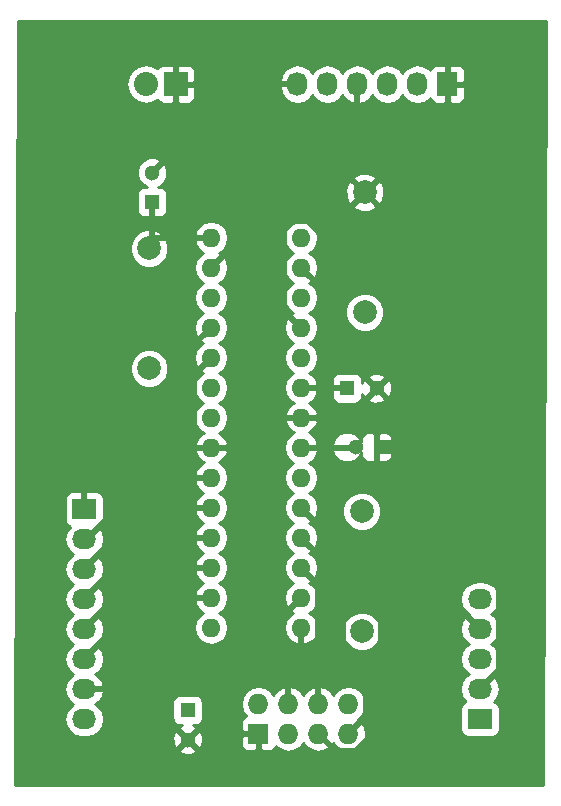
<source format=gbr>
G04 #@! TF.FileFunction,Copper,L2,Bot,Signal*
%FSLAX46Y46*%
G04 Gerber Fmt 4.6, Leading zero omitted, Abs format (unit mm)*
G04 Created by KiCad (PCBNEW 4.0.1-3.201512221401+6198~38~ubuntu15.10.1-stable) date dom 03 ene 2016 22:59:28 ART*
%MOMM*%
G01*
G04 APERTURE LIST*
%ADD10C,0.100000*%
%ADD11R,1.300000X1.300000*%
%ADD12C,1.300000*%
%ADD13O,1.600000X1.600000*%
%ADD14R,1.727200X1.727200*%
%ADD15O,1.727200X1.727200*%
%ADD16R,1.727200X2.032000*%
%ADD17O,1.727200X2.032000*%
%ADD18R,2.032000X2.032000*%
%ADD19O,2.032000X2.032000*%
%ADD20R,2.032000X1.727200*%
%ADD21O,2.032000X1.727200*%
%ADD22C,1.998980*%
%ADD23C,5.000000*%
%ADD24C,0.600000*%
%ADD25C,0.500000*%
%ADD26C,0.254000*%
G04 APERTURE END LIST*
D10*
D11*
X175750000Y-121750000D03*
D12*
X173250000Y-121750000D03*
D11*
X159000000Y-144000000D03*
D12*
X159000000Y-146500000D03*
D11*
X156000000Y-101000000D03*
D12*
X156000000Y-98500000D03*
D11*
X172500000Y-116750000D03*
D12*
X175000000Y-116750000D03*
D13*
X161000000Y-104000000D03*
X161000000Y-106540000D03*
X161000000Y-109080000D03*
X161000000Y-111620000D03*
X161000000Y-114160000D03*
X161000000Y-116700000D03*
X161000000Y-119240000D03*
X161000000Y-121780000D03*
X161000000Y-124320000D03*
X161000000Y-126860000D03*
X161000000Y-129400000D03*
X161000000Y-131940000D03*
X161000000Y-134480000D03*
X161000000Y-137020000D03*
X168620000Y-137020000D03*
X168620000Y-134480000D03*
X168620000Y-131940000D03*
X168620000Y-129400000D03*
X168620000Y-126860000D03*
X168620000Y-124320000D03*
X168620000Y-121780000D03*
X168620000Y-119240000D03*
X168620000Y-116700000D03*
X168620000Y-114160000D03*
X168620000Y-111620000D03*
X168620000Y-109080000D03*
X168620000Y-106540000D03*
X168620000Y-104000000D03*
D14*
X165000000Y-146000000D03*
D15*
X165000000Y-143460000D03*
X167540000Y-146000000D03*
X167540000Y-143460000D03*
X170080000Y-146000000D03*
X170080000Y-143460000D03*
X172620000Y-146000000D03*
X172620000Y-143460000D03*
D16*
X181000000Y-91000000D03*
D17*
X178460000Y-91000000D03*
X175920000Y-91000000D03*
X173380000Y-91000000D03*
X170840000Y-91000000D03*
X168300000Y-91000000D03*
D18*
X158000000Y-91000000D03*
D19*
X155460000Y-91000000D03*
D20*
X150250000Y-127000000D03*
D21*
X150250000Y-129540000D03*
X150250000Y-132080000D03*
X150250000Y-134620000D03*
X150250000Y-137160000D03*
X150250000Y-139700000D03*
X150250000Y-142240000D03*
X150250000Y-144780000D03*
D20*
X183750000Y-144750000D03*
D21*
X183750000Y-142210000D03*
X183750000Y-139670000D03*
X183750000Y-137130000D03*
X183750000Y-134590000D03*
D22*
X155750000Y-115080000D03*
X155750000Y-104920000D03*
X173750000Y-137330000D03*
X173750000Y-127170000D03*
X174000000Y-110330000D03*
X174000000Y-100170000D03*
D23*
X187000000Y-88000000D03*
X147000000Y-88000000D03*
D24*
X167738200Y-140320400D03*
D25*
X173220000Y-121780000D02*
X173250000Y-121750000D01*
X168620000Y-121780000D02*
X173220000Y-121780000D01*
X161000000Y-104000000D02*
X159599700Y-104000000D01*
X156000000Y-104000000D02*
X159599700Y-104000000D01*
X156000000Y-104670000D02*
X156000000Y-104000000D01*
X155750000Y-104920000D02*
X156000000Y-104670000D01*
X156000000Y-104000000D02*
X156000000Y-101000000D01*
X163500000Y-91000000D02*
X156000000Y-98500000D01*
X168300000Y-91000000D02*
X163500000Y-91000000D01*
X170070300Y-116750000D02*
X170020300Y-116700000D01*
X172500000Y-116750000D02*
X170070300Y-116750000D01*
X168620000Y-116700000D02*
X170020300Y-116700000D01*
X173380000Y-94160000D02*
X161000000Y-106540000D01*
X173380000Y-91000000D02*
X173380000Y-94160000D01*
X158130800Y-114489200D02*
X161000000Y-111620000D01*
X158130800Y-117655300D02*
X158130800Y-114489200D01*
X150250000Y-125536100D02*
X158130800Y-117655300D01*
X150250000Y-127000000D02*
X150250000Y-125536100D01*
X159532100Y-115627900D02*
X161000000Y-114160000D01*
X159532100Y-120508600D02*
X159532100Y-115627900D01*
X150500700Y-129540000D02*
X159532100Y-120508600D01*
X150250000Y-129540000D02*
X150500700Y-129540000D01*
X158010000Y-124320000D02*
X161000000Y-124320000D01*
X150250000Y-132080000D02*
X158010000Y-124320000D01*
X158010000Y-126860000D02*
X161000000Y-126860000D01*
X150250000Y-134620000D02*
X158010000Y-126860000D01*
X158010000Y-129400000D02*
X161000000Y-129400000D01*
X150250000Y-137160000D02*
X158010000Y-129400000D01*
X158010000Y-131940000D02*
X161000000Y-131940000D01*
X150250000Y-139700000D02*
X158010000Y-131940000D01*
X151866300Y-142213400D02*
X159599700Y-134480000D01*
X151866300Y-142240000D02*
X151866300Y-142213400D01*
X161000000Y-134480000D02*
X159599700Y-134480000D01*
X150250000Y-142240000D02*
X151866300Y-142240000D01*
X168620000Y-139438600D02*
X167738200Y-140320400D01*
X168620000Y-137020000D02*
X168620000Y-139438600D01*
X167540000Y-143460000D02*
X167540000Y-141996100D01*
X166837900Y-141294000D02*
X167540000Y-141996100D01*
X166837900Y-136262100D02*
X166837900Y-141294000D01*
X168620000Y-134480000D02*
X166837900Y-136262100D01*
X170080000Y-133400000D02*
X168620000Y-131940000D01*
X170080000Y-143460000D02*
X170080000Y-133400000D01*
X172130400Y-132910400D02*
X168620000Y-129400000D01*
X172130400Y-138468600D02*
X172130400Y-132910400D01*
X174095300Y-140433500D02*
X172130400Y-138468600D01*
X174095300Y-144524700D02*
X174095300Y-140433500D01*
X172620000Y-146000000D02*
X174095300Y-144524700D01*
X175363200Y-133603200D02*
X168620000Y-126860000D01*
X175363200Y-145336900D02*
X175363200Y-133603200D01*
X173230000Y-147470100D02*
X175363200Y-145336900D01*
X171550100Y-147470100D02*
X173230000Y-147470100D01*
X170080000Y-146000000D02*
X171550100Y-147470100D01*
X167200200Y-110200200D02*
X168620000Y-111620000D01*
X167200200Y-103381200D02*
X167200200Y-110200200D01*
X168006400Y-102575000D02*
X167200200Y-103381200D01*
X169204100Y-102575000D02*
X168006400Y-102575000D01*
X185388300Y-118759200D02*
X169204100Y-102575000D01*
X185388300Y-140571700D02*
X185388300Y-118759200D01*
X183750000Y-142210000D02*
X185388300Y-140571700D01*
X171554300Y-109474300D02*
X168620000Y-106540000D01*
X171554300Y-110513100D02*
X171554300Y-109474300D01*
X181762100Y-120720900D02*
X171554300Y-110513100D01*
X181762100Y-135142100D02*
X181762100Y-120720900D01*
X183750000Y-137130000D02*
X181762100Y-135142100D01*
D26*
G36*
X189123488Y-150373000D02*
X144377489Y-150373000D01*
X144388926Y-147399016D01*
X158280590Y-147399016D01*
X158336271Y-147629611D01*
X158819078Y-147797622D01*
X159329428Y-147768083D01*
X159663729Y-147629611D01*
X159719410Y-147399016D01*
X159000000Y-146679605D01*
X158280590Y-147399016D01*
X144388926Y-147399016D01*
X144393080Y-146319078D01*
X157702378Y-146319078D01*
X157731917Y-146829428D01*
X157870389Y-147163729D01*
X158100984Y-147219410D01*
X158820395Y-146500000D01*
X159179605Y-146500000D01*
X159899016Y-147219410D01*
X160129611Y-147163729D01*
X160297622Y-146680922D01*
X160274750Y-146285750D01*
X163501400Y-146285750D01*
X163501400Y-146989909D01*
X163598073Y-147223298D01*
X163776701Y-147401927D01*
X164010090Y-147498600D01*
X164714250Y-147498600D01*
X164873000Y-147339850D01*
X164873000Y-146127000D01*
X163660150Y-146127000D01*
X163501400Y-146285750D01*
X160274750Y-146285750D01*
X160268083Y-146170572D01*
X160129611Y-145836271D01*
X159899016Y-145780590D01*
X159179605Y-146500000D01*
X158820395Y-146500000D01*
X158100984Y-145780590D01*
X157870389Y-145836271D01*
X157702378Y-146319078D01*
X144393080Y-146319078D01*
X144457615Y-129540000D01*
X148566655Y-129540000D01*
X148680729Y-130113489D01*
X149005585Y-130599670D01*
X149320366Y-130810000D01*
X149005585Y-131020330D01*
X148680729Y-131506511D01*
X148566655Y-132080000D01*
X148680729Y-132653489D01*
X149005585Y-133139670D01*
X149320366Y-133350000D01*
X149005585Y-133560330D01*
X148680729Y-134046511D01*
X148566655Y-134620000D01*
X148680729Y-135193489D01*
X149005585Y-135679670D01*
X149320366Y-135890000D01*
X149005585Y-136100330D01*
X148680729Y-136586511D01*
X148566655Y-137160000D01*
X148680729Y-137733489D01*
X149005585Y-138219670D01*
X149320366Y-138430000D01*
X149005585Y-138640330D01*
X148680729Y-139126511D01*
X148566655Y-139700000D01*
X148680729Y-140273489D01*
X149005585Y-140759670D01*
X149320366Y-140970000D01*
X149005585Y-141180330D01*
X148680729Y-141666511D01*
X148566655Y-142240000D01*
X148680729Y-142813489D01*
X149005585Y-143299670D01*
X149320366Y-143510000D01*
X149005585Y-143720330D01*
X148680729Y-144206511D01*
X148566655Y-144780000D01*
X148680729Y-145353489D01*
X149005585Y-145839670D01*
X149491766Y-146164526D01*
X150065255Y-146278600D01*
X150434745Y-146278600D01*
X151008234Y-146164526D01*
X151494415Y-145839670D01*
X151819271Y-145353489D01*
X151933345Y-144780000D01*
X151819271Y-144206511D01*
X151494415Y-143720330D01*
X151179634Y-143510000D01*
X151419090Y-143350000D01*
X157702560Y-143350000D01*
X157702560Y-144650000D01*
X157746838Y-144885317D01*
X157885910Y-145101441D01*
X158098110Y-145246431D01*
X158350000Y-145297440D01*
X158512385Y-145297440D01*
X158336271Y-145370389D01*
X158280590Y-145600984D01*
X159000000Y-146320395D01*
X159719410Y-145600984D01*
X159663729Y-145370389D01*
X159454098Y-145297440D01*
X159650000Y-145297440D01*
X159885317Y-145253162D01*
X160101441Y-145114090D01*
X160246431Y-144901890D01*
X160297440Y-144650000D01*
X160297440Y-143430641D01*
X163501400Y-143430641D01*
X163501400Y-143489359D01*
X163615474Y-144062848D01*
X163930526Y-144534356D01*
X163776701Y-144598073D01*
X163598073Y-144776702D01*
X163501400Y-145010091D01*
X163501400Y-145714250D01*
X163660150Y-145873000D01*
X164873000Y-145873000D01*
X164873000Y-145853000D01*
X165127000Y-145853000D01*
X165127000Y-145873000D01*
X165147000Y-145873000D01*
X165147000Y-146127000D01*
X165127000Y-146127000D01*
X165127000Y-147339850D01*
X165285750Y-147498600D01*
X165989910Y-147498600D01*
X166223299Y-147401927D01*
X166401927Y-147223298D01*
X166466263Y-147067977D01*
X166480330Y-147089029D01*
X166966511Y-147413885D01*
X167540000Y-147527959D01*
X168113489Y-147413885D01*
X168599670Y-147089029D01*
X168810000Y-146774248D01*
X169020330Y-147089029D01*
X169506511Y-147413885D01*
X170080000Y-147527959D01*
X170653489Y-147413885D01*
X171139670Y-147089029D01*
X171350000Y-146774248D01*
X171560330Y-147089029D01*
X172046511Y-147413885D01*
X172620000Y-147527959D01*
X173193489Y-147413885D01*
X173679670Y-147089029D01*
X174004526Y-146602848D01*
X174118600Y-146029359D01*
X174118600Y-145970641D01*
X174004526Y-145397152D01*
X173679670Y-144910971D01*
X173408828Y-144730000D01*
X173679670Y-144549029D01*
X174004526Y-144062848D01*
X174118600Y-143489359D01*
X174118600Y-143430641D01*
X174004526Y-142857152D01*
X173679670Y-142370971D01*
X173193489Y-142046115D01*
X172620000Y-141932041D01*
X172046511Y-142046115D01*
X171560330Y-142370971D01*
X171350000Y-142685752D01*
X171139670Y-142370971D01*
X170653489Y-142046115D01*
X170080000Y-141932041D01*
X169506511Y-142046115D01*
X169020330Y-142370971D01*
X168810000Y-142685752D01*
X168599670Y-142370971D01*
X168113489Y-142046115D01*
X167540000Y-141932041D01*
X166966511Y-142046115D01*
X166480330Y-142370971D01*
X166270000Y-142685752D01*
X166059670Y-142370971D01*
X165573489Y-142046115D01*
X165000000Y-141932041D01*
X164426511Y-142046115D01*
X163940330Y-142370971D01*
X163615474Y-142857152D01*
X163501400Y-143430641D01*
X160297440Y-143430641D01*
X160297440Y-143350000D01*
X160253162Y-143114683D01*
X160114090Y-142898559D01*
X159901890Y-142753569D01*
X159650000Y-142702560D01*
X158350000Y-142702560D01*
X158114683Y-142746838D01*
X157898559Y-142885910D01*
X157753569Y-143098110D01*
X157702560Y-143350000D01*
X151419090Y-143350000D01*
X151494415Y-143299670D01*
X151819271Y-142813489D01*
X151933345Y-142240000D01*
X151819271Y-141666511D01*
X151494415Y-141180330D01*
X151179634Y-140970000D01*
X151494415Y-140759670D01*
X151819271Y-140273489D01*
X151933345Y-139700000D01*
X151819271Y-139126511D01*
X151494415Y-138640330D01*
X151179634Y-138430000D01*
X151494415Y-138219670D01*
X151819271Y-137733489D01*
X151933345Y-137160000D01*
X151819271Y-136586511D01*
X151494415Y-136100330D01*
X151179634Y-135890000D01*
X151494415Y-135679670D01*
X151819271Y-135193489D01*
X151933345Y-134620000D01*
X151819271Y-134046511D01*
X151494415Y-133560330D01*
X151179634Y-133350000D01*
X151494415Y-133139670D01*
X151819271Y-132653489D01*
X151933345Y-132080000D01*
X151819271Y-131506511D01*
X151494415Y-131020330D01*
X151179634Y-130810000D01*
X151494415Y-130599670D01*
X151819271Y-130113489D01*
X151933345Y-129540000D01*
X151819271Y-128966511D01*
X151494415Y-128480330D01*
X151480087Y-128470757D01*
X151501317Y-128466762D01*
X151717441Y-128327690D01*
X151862431Y-128115490D01*
X151913440Y-127863600D01*
X151913440Y-126136400D01*
X151869162Y-125901083D01*
X151730090Y-125684959D01*
X151517890Y-125539969D01*
X151266000Y-125488960D01*
X149234000Y-125488960D01*
X148998683Y-125533238D01*
X148782559Y-125672310D01*
X148637569Y-125884510D01*
X148586560Y-126136400D01*
X148586560Y-127863600D01*
X148630838Y-128098917D01*
X148769910Y-128315041D01*
X148982110Y-128460031D01*
X149023439Y-128468400D01*
X149005585Y-128480330D01*
X148680729Y-128966511D01*
X148566655Y-129540000D01*
X144457615Y-129540000D01*
X144477691Y-124320000D01*
X159536887Y-124320000D01*
X159646120Y-124869151D01*
X159957189Y-125334698D01*
X160339275Y-125590000D01*
X159957189Y-125845302D01*
X159646120Y-126310849D01*
X159536887Y-126860000D01*
X159646120Y-127409151D01*
X159957189Y-127874698D01*
X160339275Y-128130000D01*
X159957189Y-128385302D01*
X159646120Y-128850849D01*
X159536887Y-129400000D01*
X159646120Y-129949151D01*
X159957189Y-130414698D01*
X160339275Y-130670000D01*
X159957189Y-130925302D01*
X159646120Y-131390849D01*
X159536887Y-131940000D01*
X159646120Y-132489151D01*
X159957189Y-132954698D01*
X160339275Y-133210000D01*
X159957189Y-133465302D01*
X159646120Y-133930849D01*
X159536887Y-134480000D01*
X159646120Y-135029151D01*
X159957189Y-135494698D01*
X160339275Y-135750000D01*
X159957189Y-136005302D01*
X159646120Y-136470849D01*
X159536887Y-137020000D01*
X159646120Y-137569151D01*
X159957189Y-138034698D01*
X160422736Y-138345767D01*
X160971887Y-138455000D01*
X161028113Y-138455000D01*
X161577264Y-138345767D01*
X162042811Y-138034698D01*
X162353880Y-137569151D01*
X162463113Y-137020000D01*
X162353880Y-136470849D01*
X162042811Y-136005302D01*
X161660725Y-135750000D01*
X162042811Y-135494698D01*
X162353880Y-135029151D01*
X162463113Y-134480000D01*
X162353880Y-133930849D01*
X162042811Y-133465302D01*
X161660725Y-133210000D01*
X162042811Y-132954698D01*
X162353880Y-132489151D01*
X162463113Y-131940000D01*
X162353880Y-131390849D01*
X162042811Y-130925302D01*
X161660725Y-130670000D01*
X162042811Y-130414698D01*
X162353880Y-129949151D01*
X162463113Y-129400000D01*
X162353880Y-128850849D01*
X162042811Y-128385302D01*
X161660725Y-128130000D01*
X162042811Y-127874698D01*
X162353880Y-127409151D01*
X162463113Y-126860000D01*
X162353880Y-126310849D01*
X162042811Y-125845302D01*
X161660725Y-125590000D01*
X162042811Y-125334698D01*
X162353880Y-124869151D01*
X162463113Y-124320000D01*
X162353880Y-123770849D01*
X162042811Y-123305302D01*
X161638297Y-123035014D01*
X161855134Y-122932389D01*
X162231041Y-122517423D01*
X162391904Y-122129039D01*
X162269915Y-121907000D01*
X161127000Y-121907000D01*
X161127000Y-121927000D01*
X160873000Y-121927000D01*
X160873000Y-121907000D01*
X159730085Y-121907000D01*
X159608096Y-122129039D01*
X159768959Y-122517423D01*
X160144866Y-122932389D01*
X160361703Y-123035014D01*
X159957189Y-123305302D01*
X159646120Y-123770849D01*
X159536887Y-124320000D01*
X144477691Y-124320000D01*
X144487460Y-121780000D01*
X167156887Y-121780000D01*
X167266120Y-122329151D01*
X167577189Y-122794698D01*
X167959275Y-123050000D01*
X167577189Y-123305302D01*
X167266120Y-123770849D01*
X167156887Y-124320000D01*
X167266120Y-124869151D01*
X167577189Y-125334698D01*
X167959275Y-125590000D01*
X167577189Y-125845302D01*
X167266120Y-126310849D01*
X167156887Y-126860000D01*
X167266120Y-127409151D01*
X167577189Y-127874698D01*
X167959275Y-128130000D01*
X167577189Y-128385302D01*
X167266120Y-128850849D01*
X167156887Y-129400000D01*
X167266120Y-129949151D01*
X167577189Y-130414698D01*
X167959275Y-130670000D01*
X167577189Y-130925302D01*
X167266120Y-131390849D01*
X167156887Y-131940000D01*
X167266120Y-132489151D01*
X167577189Y-132954698D01*
X167959275Y-133210000D01*
X167577189Y-133465302D01*
X167266120Y-133930849D01*
X167156887Y-134480000D01*
X167266120Y-135029151D01*
X167577189Y-135494698D01*
X167959275Y-135750000D01*
X167577189Y-136005302D01*
X167266120Y-136470849D01*
X167156887Y-137020000D01*
X167266120Y-137569151D01*
X167577189Y-138034698D01*
X168042736Y-138345767D01*
X168591887Y-138455000D01*
X168648113Y-138455000D01*
X169197264Y-138345767D01*
X169662811Y-138034698D01*
X169917390Y-137653694D01*
X172115226Y-137653694D01*
X172363538Y-138254655D01*
X172822927Y-138714846D01*
X173423453Y-138964206D01*
X174073694Y-138964774D01*
X174674655Y-138716462D01*
X175134846Y-138257073D01*
X175384206Y-137656547D01*
X175384774Y-137006306D01*
X175136462Y-136405345D01*
X174677073Y-135945154D01*
X174076547Y-135695794D01*
X173426306Y-135695226D01*
X172825345Y-135943538D01*
X172365154Y-136402927D01*
X172115794Y-137003453D01*
X172115226Y-137653694D01*
X169917390Y-137653694D01*
X169973880Y-137569151D01*
X170083113Y-137020000D01*
X169973880Y-136470849D01*
X169662811Y-136005302D01*
X169280725Y-135750000D01*
X169662811Y-135494698D01*
X169973880Y-135029151D01*
X170061232Y-134590000D01*
X182066655Y-134590000D01*
X182180729Y-135163489D01*
X182505585Y-135649670D01*
X182820366Y-135860000D01*
X182505585Y-136070330D01*
X182180729Y-136556511D01*
X182066655Y-137130000D01*
X182180729Y-137703489D01*
X182505585Y-138189670D01*
X182820366Y-138400000D01*
X182505585Y-138610330D01*
X182180729Y-139096511D01*
X182066655Y-139670000D01*
X182180729Y-140243489D01*
X182505585Y-140729670D01*
X182820366Y-140940000D01*
X182505585Y-141150330D01*
X182180729Y-141636511D01*
X182066655Y-142210000D01*
X182180729Y-142783489D01*
X182505585Y-143269670D01*
X182519913Y-143279243D01*
X182498683Y-143283238D01*
X182282559Y-143422310D01*
X182137569Y-143634510D01*
X182086560Y-143886400D01*
X182086560Y-145613600D01*
X182130838Y-145848917D01*
X182269910Y-146065041D01*
X182482110Y-146210031D01*
X182734000Y-146261040D01*
X184766000Y-146261040D01*
X185001317Y-146216762D01*
X185217441Y-146077690D01*
X185362431Y-145865490D01*
X185413440Y-145613600D01*
X185413440Y-143886400D01*
X185369162Y-143651083D01*
X185230090Y-143434959D01*
X185017890Y-143289969D01*
X184976561Y-143281600D01*
X184994415Y-143269670D01*
X185319271Y-142783489D01*
X185433345Y-142210000D01*
X185319271Y-141636511D01*
X184994415Y-141150330D01*
X184679634Y-140940000D01*
X184994415Y-140729670D01*
X185319271Y-140243489D01*
X185433345Y-139670000D01*
X185319271Y-139096511D01*
X184994415Y-138610330D01*
X184679634Y-138400000D01*
X184994415Y-138189670D01*
X185319271Y-137703489D01*
X185433345Y-137130000D01*
X185319271Y-136556511D01*
X184994415Y-136070330D01*
X184679634Y-135860000D01*
X184994415Y-135649670D01*
X185319271Y-135163489D01*
X185433345Y-134590000D01*
X185319271Y-134016511D01*
X184994415Y-133530330D01*
X184508234Y-133205474D01*
X183934745Y-133091400D01*
X183565255Y-133091400D01*
X182991766Y-133205474D01*
X182505585Y-133530330D01*
X182180729Y-134016511D01*
X182066655Y-134590000D01*
X170061232Y-134590000D01*
X170083113Y-134480000D01*
X169973880Y-133930849D01*
X169662811Y-133465302D01*
X169280725Y-133210000D01*
X169662811Y-132954698D01*
X169973880Y-132489151D01*
X170083113Y-131940000D01*
X169973880Y-131390849D01*
X169662811Y-130925302D01*
X169280725Y-130670000D01*
X169662811Y-130414698D01*
X169973880Y-129949151D01*
X170083113Y-129400000D01*
X169973880Y-128850849D01*
X169662811Y-128385302D01*
X169280725Y-128130000D01*
X169662811Y-127874698D01*
X169917390Y-127493694D01*
X172115226Y-127493694D01*
X172363538Y-128094655D01*
X172822927Y-128554846D01*
X173423453Y-128804206D01*
X174073694Y-128804774D01*
X174674655Y-128556462D01*
X175134846Y-128097073D01*
X175384206Y-127496547D01*
X175384774Y-126846306D01*
X175136462Y-126245345D01*
X174677073Y-125785154D01*
X174076547Y-125535794D01*
X173426306Y-125535226D01*
X172825345Y-125783538D01*
X172365154Y-126242927D01*
X172115794Y-126843453D01*
X172115226Y-127493694D01*
X169917390Y-127493694D01*
X169973880Y-127409151D01*
X170083113Y-126860000D01*
X169973880Y-126310849D01*
X169662811Y-125845302D01*
X169280725Y-125590000D01*
X169662811Y-125334698D01*
X169973880Y-124869151D01*
X170083113Y-124320000D01*
X169973880Y-123770849D01*
X169662811Y-123305302D01*
X169280725Y-123050000D01*
X169662811Y-122794698D01*
X169973880Y-122329151D01*
X170038460Y-122004481D01*
X171214777Y-122004481D01*
X171409995Y-122476943D01*
X171771155Y-122838735D01*
X172243276Y-123034777D01*
X172754481Y-123035223D01*
X173226943Y-122840005D01*
X173588735Y-122478845D01*
X173715000Y-122174765D01*
X173715000Y-122526310D01*
X173811673Y-122759699D01*
X173990302Y-122938327D01*
X174223691Y-123035000D01*
X174714250Y-123035000D01*
X174873000Y-122876250D01*
X174873000Y-121877000D01*
X175127000Y-121877000D01*
X175127000Y-122876250D01*
X175285750Y-123035000D01*
X175776309Y-123035000D01*
X176009698Y-122938327D01*
X176188327Y-122759699D01*
X176285000Y-122526310D01*
X176285000Y-122035750D01*
X176126250Y-121877000D01*
X175127000Y-121877000D01*
X174873000Y-121877000D01*
X174853000Y-121877000D01*
X174853000Y-121623000D01*
X174873000Y-121623000D01*
X174873000Y-120623750D01*
X175127000Y-120623750D01*
X175127000Y-121623000D01*
X176126250Y-121623000D01*
X176285000Y-121464250D01*
X176285000Y-120973690D01*
X176188327Y-120740301D01*
X176009698Y-120561673D01*
X175776309Y-120465000D01*
X175285750Y-120465000D01*
X175127000Y-120623750D01*
X174873000Y-120623750D01*
X174714250Y-120465000D01*
X174223691Y-120465000D01*
X173990302Y-120561673D01*
X173811673Y-120740301D01*
X173715000Y-120973690D01*
X173715000Y-121325567D01*
X173590005Y-121023057D01*
X173228845Y-120661265D01*
X172756724Y-120465223D01*
X172245519Y-120464777D01*
X171773057Y-120659995D01*
X171411265Y-121021155D01*
X171215223Y-121493276D01*
X171214777Y-122004481D01*
X170038460Y-122004481D01*
X170083113Y-121780000D01*
X169973880Y-121230849D01*
X169662811Y-120765302D01*
X169258297Y-120495014D01*
X169475134Y-120392389D01*
X169851041Y-119977423D01*
X170011904Y-119589039D01*
X169889915Y-119367000D01*
X168747000Y-119367000D01*
X168747000Y-119387000D01*
X168493000Y-119387000D01*
X168493000Y-119367000D01*
X167350085Y-119367000D01*
X167228096Y-119589039D01*
X167388959Y-119977423D01*
X167764866Y-120392389D01*
X167981703Y-120495014D01*
X167577189Y-120765302D01*
X167266120Y-121230849D01*
X167156887Y-121780000D01*
X144487460Y-121780000D01*
X144511985Y-115403694D01*
X154115226Y-115403694D01*
X154363538Y-116004655D01*
X154822927Y-116464846D01*
X155423453Y-116714206D01*
X156073694Y-116714774D01*
X156674655Y-116466462D01*
X157134846Y-116007073D01*
X157384206Y-115406547D01*
X157384774Y-114756306D01*
X157136462Y-114155345D01*
X156677073Y-113695154D01*
X156076547Y-113445794D01*
X155426306Y-113445226D01*
X154825345Y-113693538D01*
X154365154Y-114152927D01*
X154115794Y-114753453D01*
X154115226Y-115403694D01*
X144511985Y-115403694D01*
X144551062Y-105243694D01*
X154115226Y-105243694D01*
X154363538Y-105844655D01*
X154822927Y-106304846D01*
X155423453Y-106554206D01*
X156073694Y-106554774D01*
X156674655Y-106306462D01*
X157134846Y-105847073D01*
X157384206Y-105246547D01*
X157384774Y-104596306D01*
X157138386Y-104000000D01*
X159536887Y-104000000D01*
X159646120Y-104549151D01*
X159957189Y-105014698D01*
X160339275Y-105270000D01*
X159957189Y-105525302D01*
X159646120Y-105990849D01*
X159536887Y-106540000D01*
X159646120Y-107089151D01*
X159957189Y-107554698D01*
X160339275Y-107810000D01*
X159957189Y-108065302D01*
X159646120Y-108530849D01*
X159536887Y-109080000D01*
X159646120Y-109629151D01*
X159957189Y-110094698D01*
X160339275Y-110350000D01*
X159957189Y-110605302D01*
X159646120Y-111070849D01*
X159536887Y-111620000D01*
X159646120Y-112169151D01*
X159957189Y-112634698D01*
X160339275Y-112890000D01*
X159957189Y-113145302D01*
X159646120Y-113610849D01*
X159536887Y-114160000D01*
X159646120Y-114709151D01*
X159957189Y-115174698D01*
X160339275Y-115430000D01*
X159957189Y-115685302D01*
X159646120Y-116150849D01*
X159536887Y-116700000D01*
X159646120Y-117249151D01*
X159957189Y-117714698D01*
X160339275Y-117970000D01*
X159957189Y-118225302D01*
X159646120Y-118690849D01*
X159536887Y-119240000D01*
X159646120Y-119789151D01*
X159957189Y-120254698D01*
X160361703Y-120524986D01*
X160144866Y-120627611D01*
X159768959Y-121042577D01*
X159608096Y-121430961D01*
X159730085Y-121653000D01*
X160873000Y-121653000D01*
X160873000Y-121633000D01*
X161127000Y-121633000D01*
X161127000Y-121653000D01*
X162269915Y-121653000D01*
X162391904Y-121430961D01*
X162231041Y-121042577D01*
X161855134Y-120627611D01*
X161638297Y-120524986D01*
X162042811Y-120254698D01*
X162353880Y-119789151D01*
X162463113Y-119240000D01*
X162353880Y-118690849D01*
X162042811Y-118225302D01*
X161660725Y-117970000D01*
X162042811Y-117714698D01*
X162353880Y-117249151D01*
X162463113Y-116700000D01*
X162353880Y-116150849D01*
X162042811Y-115685302D01*
X161660725Y-115430000D01*
X162042811Y-115174698D01*
X162353880Y-114709151D01*
X162463113Y-114160000D01*
X162353880Y-113610849D01*
X162042811Y-113145302D01*
X161660725Y-112890000D01*
X162042811Y-112634698D01*
X162353880Y-112169151D01*
X162463113Y-111620000D01*
X162353880Y-111070849D01*
X162042811Y-110605302D01*
X161660725Y-110350000D01*
X162042811Y-110094698D01*
X162353880Y-109629151D01*
X162463113Y-109080000D01*
X162353880Y-108530849D01*
X162042811Y-108065302D01*
X161660725Y-107810000D01*
X162042811Y-107554698D01*
X162353880Y-107089151D01*
X162463113Y-106540000D01*
X162353880Y-105990849D01*
X162042811Y-105525302D01*
X161660725Y-105270000D01*
X162042811Y-105014698D01*
X162353880Y-104549151D01*
X162463113Y-104000000D01*
X167156887Y-104000000D01*
X167266120Y-104549151D01*
X167577189Y-105014698D01*
X167959275Y-105270000D01*
X167577189Y-105525302D01*
X167266120Y-105990849D01*
X167156887Y-106540000D01*
X167266120Y-107089151D01*
X167577189Y-107554698D01*
X167959275Y-107810000D01*
X167577189Y-108065302D01*
X167266120Y-108530849D01*
X167156887Y-109080000D01*
X167266120Y-109629151D01*
X167577189Y-110094698D01*
X167959275Y-110350000D01*
X167577189Y-110605302D01*
X167266120Y-111070849D01*
X167156887Y-111620000D01*
X167266120Y-112169151D01*
X167577189Y-112634698D01*
X167959275Y-112890000D01*
X167577189Y-113145302D01*
X167266120Y-113610849D01*
X167156887Y-114160000D01*
X167266120Y-114709151D01*
X167577189Y-115174698D01*
X167959275Y-115430000D01*
X167577189Y-115685302D01*
X167266120Y-116150849D01*
X167156887Y-116700000D01*
X167266120Y-117249151D01*
X167577189Y-117714698D01*
X167981703Y-117984986D01*
X167764866Y-118087611D01*
X167388959Y-118502577D01*
X167228096Y-118890961D01*
X167350085Y-119113000D01*
X168493000Y-119113000D01*
X168493000Y-119093000D01*
X168747000Y-119093000D01*
X168747000Y-119113000D01*
X169889915Y-119113000D01*
X170011904Y-118890961D01*
X169851041Y-118502577D01*
X169475134Y-118087611D01*
X169258297Y-117984986D01*
X169662811Y-117714698D01*
X169973880Y-117249151D01*
X170083113Y-116700000D01*
X169973880Y-116150849D01*
X169939904Y-116100000D01*
X171202560Y-116100000D01*
X171202560Y-117400000D01*
X171246838Y-117635317D01*
X171385910Y-117851441D01*
X171598110Y-117996431D01*
X171850000Y-118047440D01*
X173150000Y-118047440D01*
X173385317Y-118003162D01*
X173601441Y-117864090D01*
X173746431Y-117651890D01*
X173747012Y-117649016D01*
X174280590Y-117649016D01*
X174336271Y-117879611D01*
X174819078Y-118047622D01*
X175329428Y-118018083D01*
X175663729Y-117879611D01*
X175719410Y-117649016D01*
X175000000Y-116929605D01*
X174280590Y-117649016D01*
X173747012Y-117649016D01*
X173797440Y-117400000D01*
X173797440Y-117237615D01*
X173870389Y-117413729D01*
X174100984Y-117469410D01*
X174820395Y-116750000D01*
X175179605Y-116750000D01*
X175899016Y-117469410D01*
X176129611Y-117413729D01*
X176297622Y-116930922D01*
X176268083Y-116420572D01*
X176129611Y-116086271D01*
X175899016Y-116030590D01*
X175179605Y-116750000D01*
X174820395Y-116750000D01*
X174100984Y-116030590D01*
X173870389Y-116086271D01*
X173797440Y-116295902D01*
X173797440Y-116100000D01*
X173753162Y-115864683D01*
X173744347Y-115850984D01*
X174280590Y-115850984D01*
X175000000Y-116570395D01*
X175719410Y-115850984D01*
X175663729Y-115620389D01*
X175180922Y-115452378D01*
X174670572Y-115481917D01*
X174336271Y-115620389D01*
X174280590Y-115850984D01*
X173744347Y-115850984D01*
X173614090Y-115648559D01*
X173401890Y-115503569D01*
X173150000Y-115452560D01*
X171850000Y-115452560D01*
X171614683Y-115496838D01*
X171398559Y-115635910D01*
X171253569Y-115848110D01*
X171202560Y-116100000D01*
X169939904Y-116100000D01*
X169662811Y-115685302D01*
X169280725Y-115430000D01*
X169662811Y-115174698D01*
X169973880Y-114709151D01*
X170083113Y-114160000D01*
X169973880Y-113610849D01*
X169662811Y-113145302D01*
X169280725Y-112890000D01*
X169662811Y-112634698D01*
X169973880Y-112169151D01*
X170083113Y-111620000D01*
X169973880Y-111070849D01*
X169695146Y-110653694D01*
X172365226Y-110653694D01*
X172613538Y-111254655D01*
X173072927Y-111714846D01*
X173673453Y-111964206D01*
X174323694Y-111964774D01*
X174924655Y-111716462D01*
X175384846Y-111257073D01*
X175634206Y-110656547D01*
X175634774Y-110006306D01*
X175386462Y-109405345D01*
X174927073Y-108945154D01*
X174326547Y-108695794D01*
X173676306Y-108695226D01*
X173075345Y-108943538D01*
X172615154Y-109402927D01*
X172365794Y-110003453D01*
X172365226Y-110653694D01*
X169695146Y-110653694D01*
X169662811Y-110605302D01*
X169280725Y-110350000D01*
X169662811Y-110094698D01*
X169973880Y-109629151D01*
X170083113Y-109080000D01*
X169973880Y-108530849D01*
X169662811Y-108065302D01*
X169280725Y-107810000D01*
X169662811Y-107554698D01*
X169973880Y-107089151D01*
X170083113Y-106540000D01*
X169973880Y-105990849D01*
X169662811Y-105525302D01*
X169280725Y-105270000D01*
X169662811Y-105014698D01*
X169973880Y-104549151D01*
X170083113Y-104000000D01*
X169973880Y-103450849D01*
X169662811Y-102985302D01*
X169197264Y-102674233D01*
X168648113Y-102565000D01*
X168591887Y-102565000D01*
X168042736Y-102674233D01*
X167577189Y-102985302D01*
X167266120Y-103450849D01*
X167156887Y-104000000D01*
X162463113Y-104000000D01*
X162353880Y-103450849D01*
X162042811Y-102985302D01*
X161577264Y-102674233D01*
X161028113Y-102565000D01*
X160971887Y-102565000D01*
X160422736Y-102674233D01*
X159957189Y-102985302D01*
X159646120Y-103450849D01*
X159536887Y-104000000D01*
X157138386Y-104000000D01*
X157136462Y-103995345D01*
X156677073Y-103535154D01*
X156076547Y-103285794D01*
X155426306Y-103285226D01*
X154825345Y-103533538D01*
X154365154Y-103992927D01*
X154115794Y-104593453D01*
X154115226Y-105243694D01*
X144551062Y-105243694D01*
X144569883Y-100350000D01*
X154702560Y-100350000D01*
X154702560Y-101650000D01*
X154746838Y-101885317D01*
X154885910Y-102101441D01*
X155098110Y-102246431D01*
X155350000Y-102297440D01*
X156650000Y-102297440D01*
X156885317Y-102253162D01*
X157101441Y-102114090D01*
X157246431Y-101901890D01*
X157297440Y-101650000D01*
X157297440Y-101322163D01*
X173027443Y-101322163D01*
X173126042Y-101588965D01*
X173735582Y-101815401D01*
X174385377Y-101791341D01*
X174873958Y-101588965D01*
X174972557Y-101322163D01*
X174000000Y-100349605D01*
X173027443Y-101322163D01*
X157297440Y-101322163D01*
X157297440Y-100350000D01*
X157253162Y-100114683D01*
X157118610Y-99905582D01*
X172354599Y-99905582D01*
X172378659Y-100555377D01*
X172581035Y-101043958D01*
X172847837Y-101142557D01*
X173820395Y-100170000D01*
X174179605Y-100170000D01*
X175152163Y-101142557D01*
X175418965Y-101043958D01*
X175645401Y-100434418D01*
X175621341Y-99784623D01*
X175418965Y-99296042D01*
X175152163Y-99197443D01*
X174179605Y-100170000D01*
X173820395Y-100170000D01*
X172847837Y-99197443D01*
X172581035Y-99296042D01*
X172354599Y-99905582D01*
X157118610Y-99905582D01*
X157114090Y-99898559D01*
X156901890Y-99753569D01*
X156650000Y-99702560D01*
X156454540Y-99702560D01*
X156726943Y-99590005D01*
X157088735Y-99228845D01*
X157176353Y-99017837D01*
X173027443Y-99017837D01*
X174000000Y-99990395D01*
X174972557Y-99017837D01*
X174873958Y-98751035D01*
X174264418Y-98524599D01*
X173614623Y-98548659D01*
X173126042Y-98751035D01*
X173027443Y-99017837D01*
X157176353Y-99017837D01*
X157284777Y-98756724D01*
X157285223Y-98245519D01*
X157090005Y-97773057D01*
X156728845Y-97411265D01*
X156256724Y-97215223D01*
X155745519Y-97214777D01*
X155273057Y-97409995D01*
X154911265Y-97771155D01*
X154715223Y-98243276D01*
X154714777Y-98754481D01*
X154909995Y-99226943D01*
X155271155Y-99588735D01*
X155545276Y-99702560D01*
X155350000Y-99702560D01*
X155114683Y-99746838D01*
X154898559Y-99885910D01*
X154753569Y-100098110D01*
X154702560Y-100350000D01*
X144569883Y-100350000D01*
X144605970Y-90967655D01*
X153809000Y-90967655D01*
X153809000Y-91032345D01*
X153934675Y-91664155D01*
X154292567Y-92199778D01*
X154828190Y-92557670D01*
X155460000Y-92683345D01*
X156091810Y-92557670D01*
X156428001Y-92333034D01*
X156445673Y-92375698D01*
X156624301Y-92554327D01*
X156857690Y-92651000D01*
X157714250Y-92651000D01*
X157873000Y-92492250D01*
X157873000Y-91127000D01*
X158127000Y-91127000D01*
X158127000Y-92492250D01*
X158285750Y-92651000D01*
X159142310Y-92651000D01*
X159375699Y-92554327D01*
X159554327Y-92375698D01*
X159651000Y-92142309D01*
X159651000Y-91285750D01*
X159492250Y-91127000D01*
X158127000Y-91127000D01*
X157873000Y-91127000D01*
X157853000Y-91127000D01*
X157853000Y-90873000D01*
X157873000Y-90873000D01*
X157873000Y-89507750D01*
X158127000Y-89507750D01*
X158127000Y-90873000D01*
X159492250Y-90873000D01*
X159549995Y-90815255D01*
X166801400Y-90815255D01*
X166801400Y-91184745D01*
X166915474Y-91758234D01*
X167240330Y-92244415D01*
X167726511Y-92569271D01*
X168300000Y-92683345D01*
X168873489Y-92569271D01*
X169359670Y-92244415D01*
X169570000Y-91929634D01*
X169780330Y-92244415D01*
X170266511Y-92569271D01*
X170840000Y-92683345D01*
X171413489Y-92569271D01*
X171899670Y-92244415D01*
X172110000Y-91929634D01*
X172320330Y-92244415D01*
X172806511Y-92569271D01*
X173380000Y-92683345D01*
X173953489Y-92569271D01*
X174439670Y-92244415D01*
X174650000Y-91929634D01*
X174860330Y-92244415D01*
X175346511Y-92569271D01*
X175920000Y-92683345D01*
X176493489Y-92569271D01*
X176979670Y-92244415D01*
X177190000Y-91929634D01*
X177400330Y-92244415D01*
X177886511Y-92569271D01*
X178460000Y-92683345D01*
X179033489Y-92569271D01*
X179519670Y-92244415D01*
X179534500Y-92222220D01*
X179598073Y-92375698D01*
X179776701Y-92554327D01*
X180010090Y-92651000D01*
X180714250Y-92651000D01*
X180873000Y-92492250D01*
X180873000Y-91127000D01*
X181127000Y-91127000D01*
X181127000Y-92492250D01*
X181285750Y-92651000D01*
X181989910Y-92651000D01*
X182223299Y-92554327D01*
X182401927Y-92375698D01*
X182498600Y-92142309D01*
X182498600Y-91285750D01*
X182339850Y-91127000D01*
X181127000Y-91127000D01*
X180873000Y-91127000D01*
X180853000Y-91127000D01*
X180853000Y-90873000D01*
X180873000Y-90873000D01*
X180873000Y-89507750D01*
X181127000Y-89507750D01*
X181127000Y-90873000D01*
X182339850Y-90873000D01*
X182498600Y-90714250D01*
X182498600Y-89857691D01*
X182401927Y-89624302D01*
X182223299Y-89445673D01*
X181989910Y-89349000D01*
X181285750Y-89349000D01*
X181127000Y-89507750D01*
X180873000Y-89507750D01*
X180714250Y-89349000D01*
X180010090Y-89349000D01*
X179776701Y-89445673D01*
X179598073Y-89624302D01*
X179534500Y-89777780D01*
X179519670Y-89755585D01*
X179033489Y-89430729D01*
X178460000Y-89316655D01*
X177886511Y-89430729D01*
X177400330Y-89755585D01*
X177190000Y-90070366D01*
X176979670Y-89755585D01*
X176493489Y-89430729D01*
X175920000Y-89316655D01*
X175346511Y-89430729D01*
X174860330Y-89755585D01*
X174650000Y-90070366D01*
X174439670Y-89755585D01*
X173953489Y-89430729D01*
X173380000Y-89316655D01*
X172806511Y-89430729D01*
X172320330Y-89755585D01*
X172110000Y-90070366D01*
X171899670Y-89755585D01*
X171413489Y-89430729D01*
X170840000Y-89316655D01*
X170266511Y-89430729D01*
X169780330Y-89755585D01*
X169570000Y-90070366D01*
X169359670Y-89755585D01*
X168873489Y-89430729D01*
X168300000Y-89316655D01*
X167726511Y-89430729D01*
X167240330Y-89755585D01*
X166915474Y-90241766D01*
X166801400Y-90815255D01*
X159549995Y-90815255D01*
X159651000Y-90714250D01*
X159651000Y-89857691D01*
X159554327Y-89624302D01*
X159375699Y-89445673D01*
X159142310Y-89349000D01*
X158285750Y-89349000D01*
X158127000Y-89507750D01*
X157873000Y-89507750D01*
X157714250Y-89349000D01*
X156857690Y-89349000D01*
X156624301Y-89445673D01*
X156445673Y-89624302D01*
X156428001Y-89666966D01*
X156091810Y-89442330D01*
X155460000Y-89316655D01*
X154828190Y-89442330D01*
X154292567Y-89800222D01*
X153934675Y-90335845D01*
X153809000Y-90967655D01*
X144605970Y-90967655D01*
X144626512Y-85627000D01*
X189372511Y-85627000D01*
X189123488Y-150373000D01*
X189123488Y-150373000D01*
G37*
X189123488Y-150373000D02*
X144377489Y-150373000D01*
X144388926Y-147399016D01*
X158280590Y-147399016D01*
X158336271Y-147629611D01*
X158819078Y-147797622D01*
X159329428Y-147768083D01*
X159663729Y-147629611D01*
X159719410Y-147399016D01*
X159000000Y-146679605D01*
X158280590Y-147399016D01*
X144388926Y-147399016D01*
X144393080Y-146319078D01*
X157702378Y-146319078D01*
X157731917Y-146829428D01*
X157870389Y-147163729D01*
X158100984Y-147219410D01*
X158820395Y-146500000D01*
X159179605Y-146500000D01*
X159899016Y-147219410D01*
X160129611Y-147163729D01*
X160297622Y-146680922D01*
X160274750Y-146285750D01*
X163501400Y-146285750D01*
X163501400Y-146989909D01*
X163598073Y-147223298D01*
X163776701Y-147401927D01*
X164010090Y-147498600D01*
X164714250Y-147498600D01*
X164873000Y-147339850D01*
X164873000Y-146127000D01*
X163660150Y-146127000D01*
X163501400Y-146285750D01*
X160274750Y-146285750D01*
X160268083Y-146170572D01*
X160129611Y-145836271D01*
X159899016Y-145780590D01*
X159179605Y-146500000D01*
X158820395Y-146500000D01*
X158100984Y-145780590D01*
X157870389Y-145836271D01*
X157702378Y-146319078D01*
X144393080Y-146319078D01*
X144457615Y-129540000D01*
X148566655Y-129540000D01*
X148680729Y-130113489D01*
X149005585Y-130599670D01*
X149320366Y-130810000D01*
X149005585Y-131020330D01*
X148680729Y-131506511D01*
X148566655Y-132080000D01*
X148680729Y-132653489D01*
X149005585Y-133139670D01*
X149320366Y-133350000D01*
X149005585Y-133560330D01*
X148680729Y-134046511D01*
X148566655Y-134620000D01*
X148680729Y-135193489D01*
X149005585Y-135679670D01*
X149320366Y-135890000D01*
X149005585Y-136100330D01*
X148680729Y-136586511D01*
X148566655Y-137160000D01*
X148680729Y-137733489D01*
X149005585Y-138219670D01*
X149320366Y-138430000D01*
X149005585Y-138640330D01*
X148680729Y-139126511D01*
X148566655Y-139700000D01*
X148680729Y-140273489D01*
X149005585Y-140759670D01*
X149320366Y-140970000D01*
X149005585Y-141180330D01*
X148680729Y-141666511D01*
X148566655Y-142240000D01*
X148680729Y-142813489D01*
X149005585Y-143299670D01*
X149320366Y-143510000D01*
X149005585Y-143720330D01*
X148680729Y-144206511D01*
X148566655Y-144780000D01*
X148680729Y-145353489D01*
X149005585Y-145839670D01*
X149491766Y-146164526D01*
X150065255Y-146278600D01*
X150434745Y-146278600D01*
X151008234Y-146164526D01*
X151494415Y-145839670D01*
X151819271Y-145353489D01*
X151933345Y-144780000D01*
X151819271Y-144206511D01*
X151494415Y-143720330D01*
X151179634Y-143510000D01*
X151419090Y-143350000D01*
X157702560Y-143350000D01*
X157702560Y-144650000D01*
X157746838Y-144885317D01*
X157885910Y-145101441D01*
X158098110Y-145246431D01*
X158350000Y-145297440D01*
X158512385Y-145297440D01*
X158336271Y-145370389D01*
X158280590Y-145600984D01*
X159000000Y-146320395D01*
X159719410Y-145600984D01*
X159663729Y-145370389D01*
X159454098Y-145297440D01*
X159650000Y-145297440D01*
X159885317Y-145253162D01*
X160101441Y-145114090D01*
X160246431Y-144901890D01*
X160297440Y-144650000D01*
X160297440Y-143430641D01*
X163501400Y-143430641D01*
X163501400Y-143489359D01*
X163615474Y-144062848D01*
X163930526Y-144534356D01*
X163776701Y-144598073D01*
X163598073Y-144776702D01*
X163501400Y-145010091D01*
X163501400Y-145714250D01*
X163660150Y-145873000D01*
X164873000Y-145873000D01*
X164873000Y-145853000D01*
X165127000Y-145853000D01*
X165127000Y-145873000D01*
X165147000Y-145873000D01*
X165147000Y-146127000D01*
X165127000Y-146127000D01*
X165127000Y-147339850D01*
X165285750Y-147498600D01*
X165989910Y-147498600D01*
X166223299Y-147401927D01*
X166401927Y-147223298D01*
X166466263Y-147067977D01*
X166480330Y-147089029D01*
X166966511Y-147413885D01*
X167540000Y-147527959D01*
X168113489Y-147413885D01*
X168599670Y-147089029D01*
X168810000Y-146774248D01*
X169020330Y-147089029D01*
X169506511Y-147413885D01*
X170080000Y-147527959D01*
X170653489Y-147413885D01*
X171139670Y-147089029D01*
X171350000Y-146774248D01*
X171560330Y-147089029D01*
X172046511Y-147413885D01*
X172620000Y-147527959D01*
X173193489Y-147413885D01*
X173679670Y-147089029D01*
X174004526Y-146602848D01*
X174118600Y-146029359D01*
X174118600Y-145970641D01*
X174004526Y-145397152D01*
X173679670Y-144910971D01*
X173408828Y-144730000D01*
X173679670Y-144549029D01*
X174004526Y-144062848D01*
X174118600Y-143489359D01*
X174118600Y-143430641D01*
X174004526Y-142857152D01*
X173679670Y-142370971D01*
X173193489Y-142046115D01*
X172620000Y-141932041D01*
X172046511Y-142046115D01*
X171560330Y-142370971D01*
X171350000Y-142685752D01*
X171139670Y-142370971D01*
X170653489Y-142046115D01*
X170080000Y-141932041D01*
X169506511Y-142046115D01*
X169020330Y-142370971D01*
X168810000Y-142685752D01*
X168599670Y-142370971D01*
X168113489Y-142046115D01*
X167540000Y-141932041D01*
X166966511Y-142046115D01*
X166480330Y-142370971D01*
X166270000Y-142685752D01*
X166059670Y-142370971D01*
X165573489Y-142046115D01*
X165000000Y-141932041D01*
X164426511Y-142046115D01*
X163940330Y-142370971D01*
X163615474Y-142857152D01*
X163501400Y-143430641D01*
X160297440Y-143430641D01*
X160297440Y-143350000D01*
X160253162Y-143114683D01*
X160114090Y-142898559D01*
X159901890Y-142753569D01*
X159650000Y-142702560D01*
X158350000Y-142702560D01*
X158114683Y-142746838D01*
X157898559Y-142885910D01*
X157753569Y-143098110D01*
X157702560Y-143350000D01*
X151419090Y-143350000D01*
X151494415Y-143299670D01*
X151819271Y-142813489D01*
X151933345Y-142240000D01*
X151819271Y-141666511D01*
X151494415Y-141180330D01*
X151179634Y-140970000D01*
X151494415Y-140759670D01*
X151819271Y-140273489D01*
X151933345Y-139700000D01*
X151819271Y-139126511D01*
X151494415Y-138640330D01*
X151179634Y-138430000D01*
X151494415Y-138219670D01*
X151819271Y-137733489D01*
X151933345Y-137160000D01*
X151819271Y-136586511D01*
X151494415Y-136100330D01*
X151179634Y-135890000D01*
X151494415Y-135679670D01*
X151819271Y-135193489D01*
X151933345Y-134620000D01*
X151819271Y-134046511D01*
X151494415Y-133560330D01*
X151179634Y-133350000D01*
X151494415Y-133139670D01*
X151819271Y-132653489D01*
X151933345Y-132080000D01*
X151819271Y-131506511D01*
X151494415Y-131020330D01*
X151179634Y-130810000D01*
X151494415Y-130599670D01*
X151819271Y-130113489D01*
X151933345Y-129540000D01*
X151819271Y-128966511D01*
X151494415Y-128480330D01*
X151480087Y-128470757D01*
X151501317Y-128466762D01*
X151717441Y-128327690D01*
X151862431Y-128115490D01*
X151913440Y-127863600D01*
X151913440Y-126136400D01*
X151869162Y-125901083D01*
X151730090Y-125684959D01*
X151517890Y-125539969D01*
X151266000Y-125488960D01*
X149234000Y-125488960D01*
X148998683Y-125533238D01*
X148782559Y-125672310D01*
X148637569Y-125884510D01*
X148586560Y-126136400D01*
X148586560Y-127863600D01*
X148630838Y-128098917D01*
X148769910Y-128315041D01*
X148982110Y-128460031D01*
X149023439Y-128468400D01*
X149005585Y-128480330D01*
X148680729Y-128966511D01*
X148566655Y-129540000D01*
X144457615Y-129540000D01*
X144477691Y-124320000D01*
X159536887Y-124320000D01*
X159646120Y-124869151D01*
X159957189Y-125334698D01*
X160339275Y-125590000D01*
X159957189Y-125845302D01*
X159646120Y-126310849D01*
X159536887Y-126860000D01*
X159646120Y-127409151D01*
X159957189Y-127874698D01*
X160339275Y-128130000D01*
X159957189Y-128385302D01*
X159646120Y-128850849D01*
X159536887Y-129400000D01*
X159646120Y-129949151D01*
X159957189Y-130414698D01*
X160339275Y-130670000D01*
X159957189Y-130925302D01*
X159646120Y-131390849D01*
X159536887Y-131940000D01*
X159646120Y-132489151D01*
X159957189Y-132954698D01*
X160339275Y-133210000D01*
X159957189Y-133465302D01*
X159646120Y-133930849D01*
X159536887Y-134480000D01*
X159646120Y-135029151D01*
X159957189Y-135494698D01*
X160339275Y-135750000D01*
X159957189Y-136005302D01*
X159646120Y-136470849D01*
X159536887Y-137020000D01*
X159646120Y-137569151D01*
X159957189Y-138034698D01*
X160422736Y-138345767D01*
X160971887Y-138455000D01*
X161028113Y-138455000D01*
X161577264Y-138345767D01*
X162042811Y-138034698D01*
X162353880Y-137569151D01*
X162463113Y-137020000D01*
X162353880Y-136470849D01*
X162042811Y-136005302D01*
X161660725Y-135750000D01*
X162042811Y-135494698D01*
X162353880Y-135029151D01*
X162463113Y-134480000D01*
X162353880Y-133930849D01*
X162042811Y-133465302D01*
X161660725Y-133210000D01*
X162042811Y-132954698D01*
X162353880Y-132489151D01*
X162463113Y-131940000D01*
X162353880Y-131390849D01*
X162042811Y-130925302D01*
X161660725Y-130670000D01*
X162042811Y-130414698D01*
X162353880Y-129949151D01*
X162463113Y-129400000D01*
X162353880Y-128850849D01*
X162042811Y-128385302D01*
X161660725Y-128130000D01*
X162042811Y-127874698D01*
X162353880Y-127409151D01*
X162463113Y-126860000D01*
X162353880Y-126310849D01*
X162042811Y-125845302D01*
X161660725Y-125590000D01*
X162042811Y-125334698D01*
X162353880Y-124869151D01*
X162463113Y-124320000D01*
X162353880Y-123770849D01*
X162042811Y-123305302D01*
X161638297Y-123035014D01*
X161855134Y-122932389D01*
X162231041Y-122517423D01*
X162391904Y-122129039D01*
X162269915Y-121907000D01*
X161127000Y-121907000D01*
X161127000Y-121927000D01*
X160873000Y-121927000D01*
X160873000Y-121907000D01*
X159730085Y-121907000D01*
X159608096Y-122129039D01*
X159768959Y-122517423D01*
X160144866Y-122932389D01*
X160361703Y-123035014D01*
X159957189Y-123305302D01*
X159646120Y-123770849D01*
X159536887Y-124320000D01*
X144477691Y-124320000D01*
X144487460Y-121780000D01*
X167156887Y-121780000D01*
X167266120Y-122329151D01*
X167577189Y-122794698D01*
X167959275Y-123050000D01*
X167577189Y-123305302D01*
X167266120Y-123770849D01*
X167156887Y-124320000D01*
X167266120Y-124869151D01*
X167577189Y-125334698D01*
X167959275Y-125590000D01*
X167577189Y-125845302D01*
X167266120Y-126310849D01*
X167156887Y-126860000D01*
X167266120Y-127409151D01*
X167577189Y-127874698D01*
X167959275Y-128130000D01*
X167577189Y-128385302D01*
X167266120Y-128850849D01*
X167156887Y-129400000D01*
X167266120Y-129949151D01*
X167577189Y-130414698D01*
X167959275Y-130670000D01*
X167577189Y-130925302D01*
X167266120Y-131390849D01*
X167156887Y-131940000D01*
X167266120Y-132489151D01*
X167577189Y-132954698D01*
X167959275Y-133210000D01*
X167577189Y-133465302D01*
X167266120Y-133930849D01*
X167156887Y-134480000D01*
X167266120Y-135029151D01*
X167577189Y-135494698D01*
X167959275Y-135750000D01*
X167577189Y-136005302D01*
X167266120Y-136470849D01*
X167156887Y-137020000D01*
X167266120Y-137569151D01*
X167577189Y-138034698D01*
X168042736Y-138345767D01*
X168591887Y-138455000D01*
X168648113Y-138455000D01*
X169197264Y-138345767D01*
X169662811Y-138034698D01*
X169917390Y-137653694D01*
X172115226Y-137653694D01*
X172363538Y-138254655D01*
X172822927Y-138714846D01*
X173423453Y-138964206D01*
X174073694Y-138964774D01*
X174674655Y-138716462D01*
X175134846Y-138257073D01*
X175384206Y-137656547D01*
X175384774Y-137006306D01*
X175136462Y-136405345D01*
X174677073Y-135945154D01*
X174076547Y-135695794D01*
X173426306Y-135695226D01*
X172825345Y-135943538D01*
X172365154Y-136402927D01*
X172115794Y-137003453D01*
X172115226Y-137653694D01*
X169917390Y-137653694D01*
X169973880Y-137569151D01*
X170083113Y-137020000D01*
X169973880Y-136470849D01*
X169662811Y-136005302D01*
X169280725Y-135750000D01*
X169662811Y-135494698D01*
X169973880Y-135029151D01*
X170061232Y-134590000D01*
X182066655Y-134590000D01*
X182180729Y-135163489D01*
X182505585Y-135649670D01*
X182820366Y-135860000D01*
X182505585Y-136070330D01*
X182180729Y-136556511D01*
X182066655Y-137130000D01*
X182180729Y-137703489D01*
X182505585Y-138189670D01*
X182820366Y-138400000D01*
X182505585Y-138610330D01*
X182180729Y-139096511D01*
X182066655Y-139670000D01*
X182180729Y-140243489D01*
X182505585Y-140729670D01*
X182820366Y-140940000D01*
X182505585Y-141150330D01*
X182180729Y-141636511D01*
X182066655Y-142210000D01*
X182180729Y-142783489D01*
X182505585Y-143269670D01*
X182519913Y-143279243D01*
X182498683Y-143283238D01*
X182282559Y-143422310D01*
X182137569Y-143634510D01*
X182086560Y-143886400D01*
X182086560Y-145613600D01*
X182130838Y-145848917D01*
X182269910Y-146065041D01*
X182482110Y-146210031D01*
X182734000Y-146261040D01*
X184766000Y-146261040D01*
X185001317Y-146216762D01*
X185217441Y-146077690D01*
X185362431Y-145865490D01*
X185413440Y-145613600D01*
X185413440Y-143886400D01*
X185369162Y-143651083D01*
X185230090Y-143434959D01*
X185017890Y-143289969D01*
X184976561Y-143281600D01*
X184994415Y-143269670D01*
X185319271Y-142783489D01*
X185433345Y-142210000D01*
X185319271Y-141636511D01*
X184994415Y-141150330D01*
X184679634Y-140940000D01*
X184994415Y-140729670D01*
X185319271Y-140243489D01*
X185433345Y-139670000D01*
X185319271Y-139096511D01*
X184994415Y-138610330D01*
X184679634Y-138400000D01*
X184994415Y-138189670D01*
X185319271Y-137703489D01*
X185433345Y-137130000D01*
X185319271Y-136556511D01*
X184994415Y-136070330D01*
X184679634Y-135860000D01*
X184994415Y-135649670D01*
X185319271Y-135163489D01*
X185433345Y-134590000D01*
X185319271Y-134016511D01*
X184994415Y-133530330D01*
X184508234Y-133205474D01*
X183934745Y-133091400D01*
X183565255Y-133091400D01*
X182991766Y-133205474D01*
X182505585Y-133530330D01*
X182180729Y-134016511D01*
X182066655Y-134590000D01*
X170061232Y-134590000D01*
X170083113Y-134480000D01*
X169973880Y-133930849D01*
X169662811Y-133465302D01*
X169280725Y-133210000D01*
X169662811Y-132954698D01*
X169973880Y-132489151D01*
X170083113Y-131940000D01*
X169973880Y-131390849D01*
X169662811Y-130925302D01*
X169280725Y-130670000D01*
X169662811Y-130414698D01*
X169973880Y-129949151D01*
X170083113Y-129400000D01*
X169973880Y-128850849D01*
X169662811Y-128385302D01*
X169280725Y-128130000D01*
X169662811Y-127874698D01*
X169917390Y-127493694D01*
X172115226Y-127493694D01*
X172363538Y-128094655D01*
X172822927Y-128554846D01*
X173423453Y-128804206D01*
X174073694Y-128804774D01*
X174674655Y-128556462D01*
X175134846Y-128097073D01*
X175384206Y-127496547D01*
X175384774Y-126846306D01*
X175136462Y-126245345D01*
X174677073Y-125785154D01*
X174076547Y-125535794D01*
X173426306Y-125535226D01*
X172825345Y-125783538D01*
X172365154Y-126242927D01*
X172115794Y-126843453D01*
X172115226Y-127493694D01*
X169917390Y-127493694D01*
X169973880Y-127409151D01*
X170083113Y-126860000D01*
X169973880Y-126310849D01*
X169662811Y-125845302D01*
X169280725Y-125590000D01*
X169662811Y-125334698D01*
X169973880Y-124869151D01*
X170083113Y-124320000D01*
X169973880Y-123770849D01*
X169662811Y-123305302D01*
X169280725Y-123050000D01*
X169662811Y-122794698D01*
X169973880Y-122329151D01*
X170038460Y-122004481D01*
X171214777Y-122004481D01*
X171409995Y-122476943D01*
X171771155Y-122838735D01*
X172243276Y-123034777D01*
X172754481Y-123035223D01*
X173226943Y-122840005D01*
X173588735Y-122478845D01*
X173715000Y-122174765D01*
X173715000Y-122526310D01*
X173811673Y-122759699D01*
X173990302Y-122938327D01*
X174223691Y-123035000D01*
X174714250Y-123035000D01*
X174873000Y-122876250D01*
X174873000Y-121877000D01*
X175127000Y-121877000D01*
X175127000Y-122876250D01*
X175285750Y-123035000D01*
X175776309Y-123035000D01*
X176009698Y-122938327D01*
X176188327Y-122759699D01*
X176285000Y-122526310D01*
X176285000Y-122035750D01*
X176126250Y-121877000D01*
X175127000Y-121877000D01*
X174873000Y-121877000D01*
X174853000Y-121877000D01*
X174853000Y-121623000D01*
X174873000Y-121623000D01*
X174873000Y-120623750D01*
X175127000Y-120623750D01*
X175127000Y-121623000D01*
X176126250Y-121623000D01*
X176285000Y-121464250D01*
X176285000Y-120973690D01*
X176188327Y-120740301D01*
X176009698Y-120561673D01*
X175776309Y-120465000D01*
X175285750Y-120465000D01*
X175127000Y-120623750D01*
X174873000Y-120623750D01*
X174714250Y-120465000D01*
X174223691Y-120465000D01*
X173990302Y-120561673D01*
X173811673Y-120740301D01*
X173715000Y-120973690D01*
X173715000Y-121325567D01*
X173590005Y-121023057D01*
X173228845Y-120661265D01*
X172756724Y-120465223D01*
X172245519Y-120464777D01*
X171773057Y-120659995D01*
X171411265Y-121021155D01*
X171215223Y-121493276D01*
X171214777Y-122004481D01*
X170038460Y-122004481D01*
X170083113Y-121780000D01*
X169973880Y-121230849D01*
X169662811Y-120765302D01*
X169258297Y-120495014D01*
X169475134Y-120392389D01*
X169851041Y-119977423D01*
X170011904Y-119589039D01*
X169889915Y-119367000D01*
X168747000Y-119367000D01*
X168747000Y-119387000D01*
X168493000Y-119387000D01*
X168493000Y-119367000D01*
X167350085Y-119367000D01*
X167228096Y-119589039D01*
X167388959Y-119977423D01*
X167764866Y-120392389D01*
X167981703Y-120495014D01*
X167577189Y-120765302D01*
X167266120Y-121230849D01*
X167156887Y-121780000D01*
X144487460Y-121780000D01*
X144511985Y-115403694D01*
X154115226Y-115403694D01*
X154363538Y-116004655D01*
X154822927Y-116464846D01*
X155423453Y-116714206D01*
X156073694Y-116714774D01*
X156674655Y-116466462D01*
X157134846Y-116007073D01*
X157384206Y-115406547D01*
X157384774Y-114756306D01*
X157136462Y-114155345D01*
X156677073Y-113695154D01*
X156076547Y-113445794D01*
X155426306Y-113445226D01*
X154825345Y-113693538D01*
X154365154Y-114152927D01*
X154115794Y-114753453D01*
X154115226Y-115403694D01*
X144511985Y-115403694D01*
X144551062Y-105243694D01*
X154115226Y-105243694D01*
X154363538Y-105844655D01*
X154822927Y-106304846D01*
X155423453Y-106554206D01*
X156073694Y-106554774D01*
X156674655Y-106306462D01*
X157134846Y-105847073D01*
X157384206Y-105246547D01*
X157384774Y-104596306D01*
X157138386Y-104000000D01*
X159536887Y-104000000D01*
X159646120Y-104549151D01*
X159957189Y-105014698D01*
X160339275Y-105270000D01*
X159957189Y-105525302D01*
X159646120Y-105990849D01*
X159536887Y-106540000D01*
X159646120Y-107089151D01*
X159957189Y-107554698D01*
X160339275Y-107810000D01*
X159957189Y-108065302D01*
X159646120Y-108530849D01*
X159536887Y-109080000D01*
X159646120Y-109629151D01*
X159957189Y-110094698D01*
X160339275Y-110350000D01*
X159957189Y-110605302D01*
X159646120Y-111070849D01*
X159536887Y-111620000D01*
X159646120Y-112169151D01*
X159957189Y-112634698D01*
X160339275Y-112890000D01*
X159957189Y-113145302D01*
X159646120Y-113610849D01*
X159536887Y-114160000D01*
X159646120Y-114709151D01*
X159957189Y-115174698D01*
X160339275Y-115430000D01*
X159957189Y-115685302D01*
X159646120Y-116150849D01*
X159536887Y-116700000D01*
X159646120Y-117249151D01*
X159957189Y-117714698D01*
X160339275Y-117970000D01*
X159957189Y-118225302D01*
X159646120Y-118690849D01*
X159536887Y-119240000D01*
X159646120Y-119789151D01*
X159957189Y-120254698D01*
X160361703Y-120524986D01*
X160144866Y-120627611D01*
X159768959Y-121042577D01*
X159608096Y-121430961D01*
X159730085Y-121653000D01*
X160873000Y-121653000D01*
X160873000Y-121633000D01*
X161127000Y-121633000D01*
X161127000Y-121653000D01*
X162269915Y-121653000D01*
X162391904Y-121430961D01*
X162231041Y-121042577D01*
X161855134Y-120627611D01*
X161638297Y-120524986D01*
X162042811Y-120254698D01*
X162353880Y-119789151D01*
X162463113Y-119240000D01*
X162353880Y-118690849D01*
X162042811Y-118225302D01*
X161660725Y-117970000D01*
X162042811Y-117714698D01*
X162353880Y-117249151D01*
X162463113Y-116700000D01*
X162353880Y-116150849D01*
X162042811Y-115685302D01*
X161660725Y-115430000D01*
X162042811Y-115174698D01*
X162353880Y-114709151D01*
X162463113Y-114160000D01*
X162353880Y-113610849D01*
X162042811Y-113145302D01*
X161660725Y-112890000D01*
X162042811Y-112634698D01*
X162353880Y-112169151D01*
X162463113Y-111620000D01*
X162353880Y-111070849D01*
X162042811Y-110605302D01*
X161660725Y-110350000D01*
X162042811Y-110094698D01*
X162353880Y-109629151D01*
X162463113Y-109080000D01*
X162353880Y-108530849D01*
X162042811Y-108065302D01*
X161660725Y-107810000D01*
X162042811Y-107554698D01*
X162353880Y-107089151D01*
X162463113Y-106540000D01*
X162353880Y-105990849D01*
X162042811Y-105525302D01*
X161660725Y-105270000D01*
X162042811Y-105014698D01*
X162353880Y-104549151D01*
X162463113Y-104000000D01*
X167156887Y-104000000D01*
X167266120Y-104549151D01*
X167577189Y-105014698D01*
X167959275Y-105270000D01*
X167577189Y-105525302D01*
X167266120Y-105990849D01*
X167156887Y-106540000D01*
X167266120Y-107089151D01*
X167577189Y-107554698D01*
X167959275Y-107810000D01*
X167577189Y-108065302D01*
X167266120Y-108530849D01*
X167156887Y-109080000D01*
X167266120Y-109629151D01*
X167577189Y-110094698D01*
X167959275Y-110350000D01*
X167577189Y-110605302D01*
X167266120Y-111070849D01*
X167156887Y-111620000D01*
X167266120Y-112169151D01*
X167577189Y-112634698D01*
X167959275Y-112890000D01*
X167577189Y-113145302D01*
X167266120Y-113610849D01*
X167156887Y-114160000D01*
X167266120Y-114709151D01*
X167577189Y-115174698D01*
X167959275Y-115430000D01*
X167577189Y-115685302D01*
X167266120Y-116150849D01*
X167156887Y-116700000D01*
X167266120Y-117249151D01*
X167577189Y-117714698D01*
X167981703Y-117984986D01*
X167764866Y-118087611D01*
X167388959Y-118502577D01*
X167228096Y-118890961D01*
X167350085Y-119113000D01*
X168493000Y-119113000D01*
X168493000Y-119093000D01*
X168747000Y-119093000D01*
X168747000Y-119113000D01*
X169889915Y-119113000D01*
X170011904Y-118890961D01*
X169851041Y-118502577D01*
X169475134Y-118087611D01*
X169258297Y-117984986D01*
X169662811Y-117714698D01*
X169973880Y-117249151D01*
X170083113Y-116700000D01*
X169973880Y-116150849D01*
X169939904Y-116100000D01*
X171202560Y-116100000D01*
X171202560Y-117400000D01*
X171246838Y-117635317D01*
X171385910Y-117851441D01*
X171598110Y-117996431D01*
X171850000Y-118047440D01*
X173150000Y-118047440D01*
X173385317Y-118003162D01*
X173601441Y-117864090D01*
X173746431Y-117651890D01*
X173747012Y-117649016D01*
X174280590Y-117649016D01*
X174336271Y-117879611D01*
X174819078Y-118047622D01*
X175329428Y-118018083D01*
X175663729Y-117879611D01*
X175719410Y-117649016D01*
X175000000Y-116929605D01*
X174280590Y-117649016D01*
X173747012Y-117649016D01*
X173797440Y-117400000D01*
X173797440Y-117237615D01*
X173870389Y-117413729D01*
X174100984Y-117469410D01*
X174820395Y-116750000D01*
X175179605Y-116750000D01*
X175899016Y-117469410D01*
X176129611Y-117413729D01*
X176297622Y-116930922D01*
X176268083Y-116420572D01*
X176129611Y-116086271D01*
X175899016Y-116030590D01*
X175179605Y-116750000D01*
X174820395Y-116750000D01*
X174100984Y-116030590D01*
X173870389Y-116086271D01*
X173797440Y-116295902D01*
X173797440Y-116100000D01*
X173753162Y-115864683D01*
X173744347Y-115850984D01*
X174280590Y-115850984D01*
X175000000Y-116570395D01*
X175719410Y-115850984D01*
X175663729Y-115620389D01*
X175180922Y-115452378D01*
X174670572Y-115481917D01*
X174336271Y-115620389D01*
X174280590Y-115850984D01*
X173744347Y-115850984D01*
X173614090Y-115648559D01*
X173401890Y-115503569D01*
X173150000Y-115452560D01*
X171850000Y-115452560D01*
X171614683Y-115496838D01*
X171398559Y-115635910D01*
X171253569Y-115848110D01*
X171202560Y-116100000D01*
X169939904Y-116100000D01*
X169662811Y-115685302D01*
X169280725Y-115430000D01*
X169662811Y-115174698D01*
X169973880Y-114709151D01*
X170083113Y-114160000D01*
X169973880Y-113610849D01*
X169662811Y-113145302D01*
X169280725Y-112890000D01*
X169662811Y-112634698D01*
X169973880Y-112169151D01*
X170083113Y-111620000D01*
X169973880Y-111070849D01*
X169695146Y-110653694D01*
X172365226Y-110653694D01*
X172613538Y-111254655D01*
X173072927Y-111714846D01*
X173673453Y-111964206D01*
X174323694Y-111964774D01*
X174924655Y-111716462D01*
X175384846Y-111257073D01*
X175634206Y-110656547D01*
X175634774Y-110006306D01*
X175386462Y-109405345D01*
X174927073Y-108945154D01*
X174326547Y-108695794D01*
X173676306Y-108695226D01*
X173075345Y-108943538D01*
X172615154Y-109402927D01*
X172365794Y-110003453D01*
X172365226Y-110653694D01*
X169695146Y-110653694D01*
X169662811Y-110605302D01*
X169280725Y-110350000D01*
X169662811Y-110094698D01*
X169973880Y-109629151D01*
X170083113Y-109080000D01*
X169973880Y-108530849D01*
X169662811Y-108065302D01*
X169280725Y-107810000D01*
X169662811Y-107554698D01*
X169973880Y-107089151D01*
X170083113Y-106540000D01*
X169973880Y-105990849D01*
X169662811Y-105525302D01*
X169280725Y-105270000D01*
X169662811Y-105014698D01*
X169973880Y-104549151D01*
X170083113Y-104000000D01*
X169973880Y-103450849D01*
X169662811Y-102985302D01*
X169197264Y-102674233D01*
X168648113Y-102565000D01*
X168591887Y-102565000D01*
X168042736Y-102674233D01*
X167577189Y-102985302D01*
X167266120Y-103450849D01*
X167156887Y-104000000D01*
X162463113Y-104000000D01*
X162353880Y-103450849D01*
X162042811Y-102985302D01*
X161577264Y-102674233D01*
X161028113Y-102565000D01*
X160971887Y-102565000D01*
X160422736Y-102674233D01*
X159957189Y-102985302D01*
X159646120Y-103450849D01*
X159536887Y-104000000D01*
X157138386Y-104000000D01*
X157136462Y-103995345D01*
X156677073Y-103535154D01*
X156076547Y-103285794D01*
X155426306Y-103285226D01*
X154825345Y-103533538D01*
X154365154Y-103992927D01*
X154115794Y-104593453D01*
X154115226Y-105243694D01*
X144551062Y-105243694D01*
X144569883Y-100350000D01*
X154702560Y-100350000D01*
X154702560Y-101650000D01*
X154746838Y-101885317D01*
X154885910Y-102101441D01*
X155098110Y-102246431D01*
X155350000Y-102297440D01*
X156650000Y-102297440D01*
X156885317Y-102253162D01*
X157101441Y-102114090D01*
X157246431Y-101901890D01*
X157297440Y-101650000D01*
X157297440Y-101322163D01*
X173027443Y-101322163D01*
X173126042Y-101588965D01*
X173735582Y-101815401D01*
X174385377Y-101791341D01*
X174873958Y-101588965D01*
X174972557Y-101322163D01*
X174000000Y-100349605D01*
X173027443Y-101322163D01*
X157297440Y-101322163D01*
X157297440Y-100350000D01*
X157253162Y-100114683D01*
X157118610Y-99905582D01*
X172354599Y-99905582D01*
X172378659Y-100555377D01*
X172581035Y-101043958D01*
X172847837Y-101142557D01*
X173820395Y-100170000D01*
X174179605Y-100170000D01*
X175152163Y-101142557D01*
X175418965Y-101043958D01*
X175645401Y-100434418D01*
X175621341Y-99784623D01*
X175418965Y-99296042D01*
X175152163Y-99197443D01*
X174179605Y-100170000D01*
X173820395Y-100170000D01*
X172847837Y-99197443D01*
X172581035Y-99296042D01*
X172354599Y-99905582D01*
X157118610Y-99905582D01*
X157114090Y-99898559D01*
X156901890Y-99753569D01*
X156650000Y-99702560D01*
X156454540Y-99702560D01*
X156726943Y-99590005D01*
X157088735Y-99228845D01*
X157176353Y-99017837D01*
X173027443Y-99017837D01*
X174000000Y-99990395D01*
X174972557Y-99017837D01*
X174873958Y-98751035D01*
X174264418Y-98524599D01*
X173614623Y-98548659D01*
X173126042Y-98751035D01*
X173027443Y-99017837D01*
X157176353Y-99017837D01*
X157284777Y-98756724D01*
X157285223Y-98245519D01*
X157090005Y-97773057D01*
X156728845Y-97411265D01*
X156256724Y-97215223D01*
X155745519Y-97214777D01*
X155273057Y-97409995D01*
X154911265Y-97771155D01*
X154715223Y-98243276D01*
X154714777Y-98754481D01*
X154909995Y-99226943D01*
X155271155Y-99588735D01*
X155545276Y-99702560D01*
X155350000Y-99702560D01*
X155114683Y-99746838D01*
X154898559Y-99885910D01*
X154753569Y-100098110D01*
X154702560Y-100350000D01*
X144569883Y-100350000D01*
X144605970Y-90967655D01*
X153809000Y-90967655D01*
X153809000Y-91032345D01*
X153934675Y-91664155D01*
X154292567Y-92199778D01*
X154828190Y-92557670D01*
X155460000Y-92683345D01*
X156091810Y-92557670D01*
X156428001Y-92333034D01*
X156445673Y-92375698D01*
X156624301Y-92554327D01*
X156857690Y-92651000D01*
X157714250Y-92651000D01*
X157873000Y-92492250D01*
X157873000Y-91127000D01*
X158127000Y-91127000D01*
X158127000Y-92492250D01*
X158285750Y-92651000D01*
X159142310Y-92651000D01*
X159375699Y-92554327D01*
X159554327Y-92375698D01*
X159651000Y-92142309D01*
X159651000Y-91285750D01*
X159492250Y-91127000D01*
X158127000Y-91127000D01*
X157873000Y-91127000D01*
X157853000Y-91127000D01*
X157853000Y-90873000D01*
X157873000Y-90873000D01*
X157873000Y-89507750D01*
X158127000Y-89507750D01*
X158127000Y-90873000D01*
X159492250Y-90873000D01*
X159549995Y-90815255D01*
X166801400Y-90815255D01*
X166801400Y-91184745D01*
X166915474Y-91758234D01*
X167240330Y-92244415D01*
X167726511Y-92569271D01*
X168300000Y-92683345D01*
X168873489Y-92569271D01*
X169359670Y-92244415D01*
X169570000Y-91929634D01*
X169780330Y-92244415D01*
X170266511Y-92569271D01*
X170840000Y-92683345D01*
X171413489Y-92569271D01*
X171899670Y-92244415D01*
X172110000Y-91929634D01*
X172320330Y-92244415D01*
X172806511Y-92569271D01*
X173380000Y-92683345D01*
X173953489Y-92569271D01*
X174439670Y-92244415D01*
X174650000Y-91929634D01*
X174860330Y-92244415D01*
X175346511Y-92569271D01*
X175920000Y-92683345D01*
X176493489Y-92569271D01*
X176979670Y-92244415D01*
X177190000Y-91929634D01*
X177400330Y-92244415D01*
X177886511Y-92569271D01*
X178460000Y-92683345D01*
X179033489Y-92569271D01*
X179519670Y-92244415D01*
X179534500Y-92222220D01*
X179598073Y-92375698D01*
X179776701Y-92554327D01*
X180010090Y-92651000D01*
X180714250Y-92651000D01*
X180873000Y-92492250D01*
X180873000Y-91127000D01*
X181127000Y-91127000D01*
X181127000Y-92492250D01*
X181285750Y-92651000D01*
X181989910Y-92651000D01*
X182223299Y-92554327D01*
X182401927Y-92375698D01*
X182498600Y-92142309D01*
X182498600Y-91285750D01*
X182339850Y-91127000D01*
X181127000Y-91127000D01*
X180873000Y-91127000D01*
X180853000Y-91127000D01*
X180853000Y-90873000D01*
X180873000Y-90873000D01*
X180873000Y-89507750D01*
X181127000Y-89507750D01*
X181127000Y-90873000D01*
X182339850Y-90873000D01*
X182498600Y-90714250D01*
X182498600Y-89857691D01*
X182401927Y-89624302D01*
X182223299Y-89445673D01*
X181989910Y-89349000D01*
X181285750Y-89349000D01*
X181127000Y-89507750D01*
X180873000Y-89507750D01*
X180714250Y-89349000D01*
X180010090Y-89349000D01*
X179776701Y-89445673D01*
X179598073Y-89624302D01*
X179534500Y-89777780D01*
X179519670Y-89755585D01*
X179033489Y-89430729D01*
X178460000Y-89316655D01*
X177886511Y-89430729D01*
X177400330Y-89755585D01*
X177190000Y-90070366D01*
X176979670Y-89755585D01*
X176493489Y-89430729D01*
X175920000Y-89316655D01*
X175346511Y-89430729D01*
X174860330Y-89755585D01*
X174650000Y-90070366D01*
X174439670Y-89755585D01*
X173953489Y-89430729D01*
X173380000Y-89316655D01*
X172806511Y-89430729D01*
X172320330Y-89755585D01*
X172110000Y-90070366D01*
X171899670Y-89755585D01*
X171413489Y-89430729D01*
X170840000Y-89316655D01*
X170266511Y-89430729D01*
X169780330Y-89755585D01*
X169570000Y-90070366D01*
X169359670Y-89755585D01*
X168873489Y-89430729D01*
X168300000Y-89316655D01*
X167726511Y-89430729D01*
X167240330Y-89755585D01*
X166915474Y-90241766D01*
X166801400Y-90815255D01*
X159549995Y-90815255D01*
X159651000Y-90714250D01*
X159651000Y-89857691D01*
X159554327Y-89624302D01*
X159375699Y-89445673D01*
X159142310Y-89349000D01*
X158285750Y-89349000D01*
X158127000Y-89507750D01*
X157873000Y-89507750D01*
X157714250Y-89349000D01*
X156857690Y-89349000D01*
X156624301Y-89445673D01*
X156445673Y-89624302D01*
X156428001Y-89666966D01*
X156091810Y-89442330D01*
X155460000Y-89316655D01*
X154828190Y-89442330D01*
X154292567Y-89800222D01*
X153934675Y-90335845D01*
X153809000Y-90967655D01*
X144605970Y-90967655D01*
X144626512Y-85627000D01*
X189372511Y-85627000D01*
X189123488Y-150373000D01*
M02*

</source>
